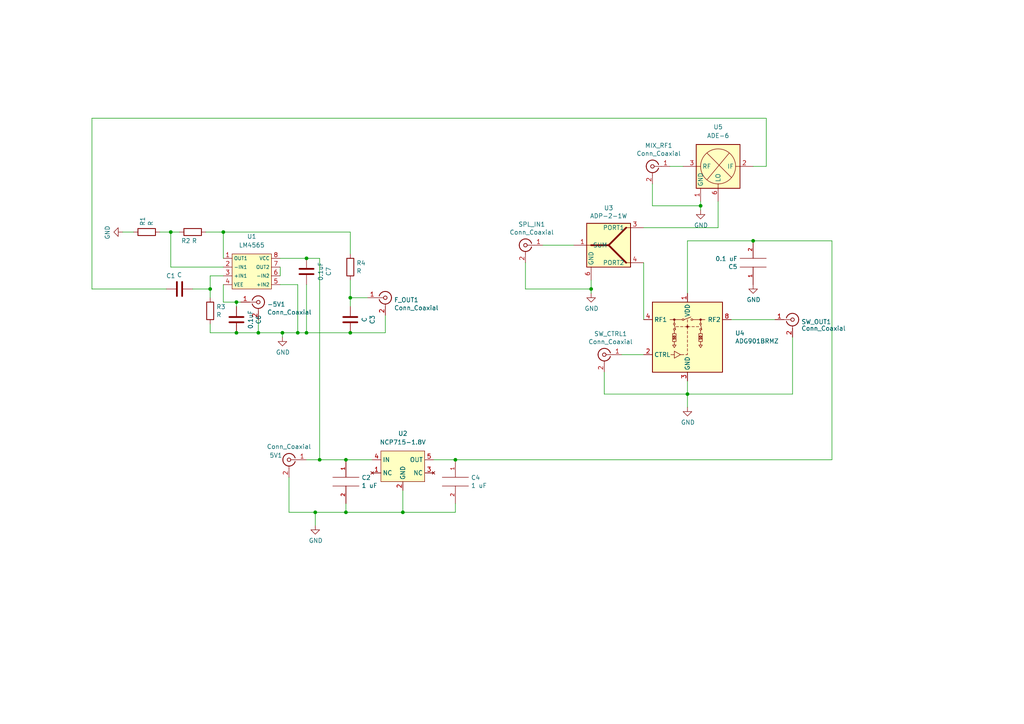
<source format=kicad_sch>
(kicad_sch (version 20211123) (generator eeschema)
  (paper "A4")
  (lib_symbols
    (symbol "Connector:Conn_Coaxial" (pin_names (offset 1.016) hide)
      (property "Reference" "J" (at 0.254 3.048 0))
      (property "Value" "Conn_Coaxial" (at 2.921 0 90))
      (symbol "Conn_Coaxial_0_1"
        (arc (start -1.778 -0.508) (mid 0.222 -1.808) (end 1.778 0) (stroke (width 0.254)))
        (polyline (pts (xy -2.54 0) (xy -0.508 0)))
        (polyline (pts (xy 0 -2.54) (xy 0 -1.778)))
        (circle (center 0 0) (radius 0.508) (stroke (width 0.2032)))
        (arc (start 1.778 0) (mid 0.222 1.8083) (end -1.778 0.508) (stroke (width 0.254)))
      )
      (symbol "Conn_Coaxial_1_1"
        (pin passive line (at -5.08 0 0) (length 2.54) (name "In") (number "1"))
        (pin passive line (at 0 -5.08 90) (length 2.54) (name "Ext") (number "2"))
      )
    )
    (symbol "Device:C" (pin_numbers hide) (pin_names (offset 0.254))
      (property "Reference" "C" (at 0.635 2.54 0))
      (property "Value" "C" (at 0.635 -2.54 0))
      (symbol "C_0_1"
        (polyline (pts (xy -2.032 -0.762) (xy 2.032 -0.762)) (stroke (width 0.508)))
        (polyline (pts (xy -2.032 0.762) (xy 2.032 0.762)) (stroke (width 0.508)))
      )
      (symbol "C_1_1"
        (pin passive line (at 0 3.81 270) (length 2.794) (name "~") (number "1"))
        (pin passive line (at 0 -3.81 90) (length 2.794) (name "~") (number "2"))
      )
    )
    (symbol "Device:R" (pin_numbers hide) (pin_names (offset 0))
      (property "Reference" "R" (at 2.032 0 90))
      (property "Value" "R" (at 0 0 90))
      (symbol "R_0_1"
        (rectangle (start -1.016 -2.54) (end 1.016 2.54) (stroke (width 0.254)))
      )
      (symbol "R_1_1"
        (pin passive line (at 0 3.81 270) (length 1.27) (name "~") (number "1"))
        (pin passive line (at 0 -3.81 90) (length 1.27) (name "~") (number "2"))
      )
    )
    (symbol "LM4565 Operational Amplifier:LM4565"
      (property "Reference" "U" (at 0 -6.35 0))
      (property "Value" "LM4565" (at 0 6.35 0))
      (symbol "LM4565_0_1"
        (rectangle (start -6.35 5.08) (end 5.08 -5.08) (fill (type background)))
      )
      (symbol "LM4565_1_1"
        (pin output line (at -8.89 3.81 0) (length 2.54) (name "OUT1") (number "1"))
        (pin input line (at -8.89 1.27 0) (length 2.54) (name "-IN1") (number "2"))
        (pin input line (at -8.89 -1.27 0) (length 2.54) (name "+IN1") (number "3"))
        (pin power_in line (at -8.89 -3.81 0) (length 2.54) (name "VEE") (number "4"))
        (pin input line (at 7.62 -3.81 180) (length 2.54) (name "+IN2") (number "5"))
        (pin input line (at 7.62 -1.27 180) (length 2.54) (name "-IN2") (number "6"))
        (pin output line (at 7.62 1.27 180) (length 2.54) (name "OUT2") (number "7"))
        (pin power_in line (at 7.62 3.81 180) (length 2.54) (name "VCC") (number "8"))
      )
    )
    (symbol "NCP715:NCP715-1.8V"
      (property "Reference" "U" (at -5.08 -6.35 0))
      (property "Value" "NCP715-1.8V" (at 0 7.62 0))
      (symbol "NCP715-1.8V_0_1"
        (rectangle (start -6.35 5.08) (end 6.35 -3.81) (fill (type background)))
      )
      (symbol "NCP715-1.8V_1_1"
        (pin no_connect line (at -8.89 -1.27 0) (length 2.54) (name "NC") (number "1"))
        (pin power_in line (at 0 -6.35 90) (length 2.54) (name "GND") (number "2"))
        (pin no_connect line (at 8.89 -1.27 180) (length 2.54) (name "NC") (number "3"))
        (pin power_in line (at -8.89 2.54 0) (length 2.54) (name "IN") (number "4"))
        (pin power_out line (at 8.89 2.54 180) (length 2.54) (name "OUT") (number "5"))
      )
    )
    (symbol "RF:ADP-2-1W"
      (property "Reference" "U" (at -6.35 7.62 0))
      (property "Value" "ADP-2-1W" (at 6.35 7.62 0))
      (symbol "ADP-2-1W_0_1"
        (rectangle (start -6.35 6.35) (end 6.35 -6.35) (stroke (width 0.254)) (fill (type background)))
        (polyline (pts (xy 0 0) (xy 5.08 -5.08)) (stroke (width 0.508)))
        (polyline (pts (xy -5.08 0) (xy 0 0) (xy 5.08 5.08)) (stroke (width 0.508)))
      )
      (symbol "ADP-2-1W_1_1"
        (pin passive line (at -10.16 0 0) (length 5.08) (name "SUM") (number "1"))
        (pin no_connect line (at 5.08 2.54 180) (length 5.08) hide (name "NC") (number "2"))
        (pin passive line (at 10.16 5.08 180) (length 5.08) (name "PORT1") (number "3"))
        (pin passive line (at 10.16 -5.08 180) (length 5.08) (name "PORT2") (number "4"))
        (pin no_connect line (at 5.08 -2.54 180) (length 5.08) hide (name "NC") (number "5"))
        (pin passive line (at -5.08 -10.16 90) (length 3.81) (name "GND") (number "6"))
      )
    )
    (symbol "RF_Mixer:ADE-6"
      (property "Reference" "U" (at -6.35 7.62 0))
      (property "Value" "ADE-6" (at 6.35 7.62 0))
      (symbol "ADE-6_0_1"
        (rectangle (start -6.35 6.35) (end 6.35 -6.35) (stroke (width 0.254)) (fill (type background)))
        (polyline (pts (xy -3.175 -3.81) (xy 3.175 3.81)))
        (polyline (pts (xy 3.81 -3.175) (xy -3.175 3.81)))
        (circle (center 0 0) (radius 5.08))
      )
      (symbol "ADE-6_1_1"
        (pin power_in line (at -5.08 -10.16 90) (length 3.81) (name "GND") (number "1"))
        (pin output line (at 10.16 0 180) (length 5.08) (name "IF") (number "2"))
        (pin input line (at -10.16 0 0) (length 5.08) (name "RF") (number "3"))
        (pin passive line (at -5.08 -10.16 90) (length 3.81) hide (name "GND") (number "4"))
        (pin passive line (at -5.08 -10.16 90) (length 3.81) hide (name "GND") (number "5"))
        (pin input line (at 0 -10.16 90) (length 5.08) (name "LO") (number "6"))
      )
    )
    (symbol "RF_Switch:ADG901BRMZ"
      (property "Reference" "U" (at -10.16 11.43 0))
      (property "Value" "ADG901BRMZ" (at 1.27 11.43 0))
      (symbol "ADG901BRMZ_0_0"
        (rectangle (start -10.16 10.16) (end 10.16 -10.16) (stroke (width 0.254)) (fill (type background)))
        (polyline (pts (xy -4.826 -5.08) (xy -3.81 -5.08)))
        (polyline (pts (xy -2.54 3.048) (xy -3.302 3.048)))
        (polyline (pts (xy -2.032 3.048) (xy -1.27 3.048)))
        (polyline (pts (xy -1.016 -5.08) (xy -2.032 -5.08)))
        (polyline (pts (xy 0 -3.302) (xy 0 -4.064)))
        (polyline (pts (xy 0 -2.032) (xy 0 -2.794)))
        (polyline (pts (xy 0 -0.762) (xy 0 -1.524)))
        (polyline (pts (xy 0 0.508) (xy 0 -0.254)))
        (polyline (pts (xy 0 1.778) (xy 0 1.016)))
        (polyline (pts (xy 0 3.048) (xy -0.762 3.048)))
        (polyline (pts (xy 0 3.048) (xy 0 2.286)))
        (polyline (pts (xy 0 3.048) (xy 0 3.81)))
        (polyline (pts (xy 0 3.048) (xy 0.762 3.048)))
        (polyline (pts (xy 0 4.318) (xy 0 5.08)))
        (polyline (pts (xy 1.27 3.048) (xy 2.032 3.048)))
        (polyline (pts (xy 2.54 3.048) (xy 3.302 3.048)))
        (polyline (pts (xy 0 -4.572) (xy 0 -5.08) (xy -0.508 -5.08)))
        (polyline (pts (xy -3.81 -4.064) (xy -3.81 -6.096) (xy -2.032 -5.08) (xy -3.81 -4.064)))
        (circle (center 0 3.048) (radius 0.254) (fill (type outline)))
        (text "50" (at -3.81 -0.127 900) (effects (font (size 0.635 0.635))))
        (text "50" (at 3.81 -0.127 900) (effects (font (size 0.635 0.635))))
      )
      (symbol "ADG901BRMZ_0_1"
        (rectangle (start -4.318 1.016) (end -3.302 -1.27))
        (circle (center -3.81 2.286) (radius 0.254))
        (circle (center -3.81 3.81) (radius 0.254))
        (circle (center -3.81 5.08) (radius 0.254) (fill (type outline)))
        (circle (center -1.27 5.08) (radius 0.254))
        (polyline (pts (xy -5.08 5.08) (xy -1.524 5.08)))
        (polyline (pts (xy -3.81 2.032) (xy -3.81 1.016)))
        (polyline (pts (xy -3.81 3.556) (xy -3.429 2.159)))
        (polyline (pts (xy -3.81 5.08) (xy -3.81 4.064)))
        (polyline (pts (xy -1.016 5.08) (xy 1.016 5.842)))
        (polyline (pts (xy 1.524 5.08) (xy 5.08 5.08)))
        (polyline (pts (xy 3.81 2.032) (xy 3.81 1.016)))
        (polyline (pts (xy 3.81 3.556) (xy 4.191 2.159)))
        (polyline (pts (xy 3.81 5.08) (xy 3.81 4.064)))
        (polyline (pts (xy -3.81 -1.27) (xy -3.81 -2.286) (xy -4.318 -2.286) (xy -3.81 -3.048) (xy -3.302 -2.286) (xy -3.81 -2.286)))
        (polyline (pts (xy 3.81 -1.27) (xy 3.81 -2.286) (xy 3.302 -2.286) (xy 3.81 -3.048) (xy 4.318 -2.286) (xy 3.81 -2.286)))
        (circle (center 1.27 5.08) (radius 0.254))
        (rectangle (start 3.302 1.016) (end 4.318 -1.27))
        (circle (center 3.81 2.286) (radius 0.254))
        (circle (center 3.81 3.81) (radius 0.254))
        (circle (center 3.81 5.08) (radius 0.254) (fill (type outline)))
      )
      (symbol "ADG901BRMZ_1_1"
        (pin power_in line (at 0 12.7 270) (length 2.54) (name "VDD") (number "1"))
        (pin input line (at -12.7 -5.08 0) (length 2.54) (name "CTRL") (number "2"))
        (pin power_in line (at 0 -12.7 90) (length 2.54) (name "GND") (number "3"))
        (pin passive line (at -12.7 5.08 0) (length 2.54) (name "RF1") (number "4"))
        (pin passive line (at 0 -12.7 90) (length 2.54) hide (name "GND") (number "5"))
        (pin passive line (at 0 -12.7 90) (length 2.54) hide (name "GND") (number "6"))
        (pin passive line (at 0 -12.7 90) (length 2.54) hide (name "GND") (number "7"))
        (pin passive line (at 12.7 5.08 180) (length 2.54) (name "RF2") (number "8"))
      )
    )
    (symbol "power:GND" (power) (pin_names (offset 0))
      (property "Value" "GND" (at 0 -3.81 0))
      (symbol "GND_0_1"
        (polyline (pts (xy 0 0) (xy 0 -1.27) (xy 1.27 -1.27) (xy 0 -2.54) (xy -1.27 -1.27) (xy 0 -1.27)))
      )
      (symbol "GND_1_1"
        (pin power_in line (at 0 0 270) (length 0) hide (name "GND") (number "1"))
      )
    )
    (symbol "pspice:C" (pin_names (offset 0.254))
      (property "Reference" "C" (at 2.54 3.81 90))
      (property "Value" "C" (at 2.54 -3.81 90))
      (symbol "C_0_1"
        (polyline (pts (xy -3.81 -1.27) (xy 3.81 -1.27)))
        (polyline (pts (xy -3.81 1.27) (xy 3.81 1.27)))
      )
      (symbol "C_1_1"
        (pin passive line (at 0 6.35 270) (length 5.08) (name "~") (number "1"))
        (pin passive line (at 0 -6.35 90) (length 5.08) (name "~") (number "2"))
      )
    )
  )
  (junction (at 100.33 133.35))
  (junction (at 116.84 148.59))
  (junction (at 64.77 67.31))
  (junction (at 68.58 96.52))
  (junction (at 101.6 86.36))
  (junction (at 74.93 96.52))
  (junction (at 49.53 67.31))
  (junction (at 88.9 96.52))
  (junction (at 88.9 74.93))
  (junction (at 203.2 59.69))
  (junction (at 101.6 96.52))
  (junction (at 81.915 96.52))
  (junction (at 68.58 87.63))
  (junction (at 218.44 69.85))
  (junction (at 91.44 148.59))
  (junction (at 92.71 133.35))
  (junction (at 60.96 83.82))
  (junction (at 171.45 83.82))
  (junction (at 86.36 96.52))
  (junction (at 199.39 114.3))
  (junction (at 132.08 133.35))
  (junction (at 100.33 148.59))
  (wire (pts (xy 171.45 83.82) (xy 171.45 85.09)))
  (wire (pts (xy 116.84 148.59) (xy 132.08 148.59)))
  (wire (pts (xy 101.6 86.36) (xy 101.6 88.9)))
  (wire (pts (xy 49.53 67.31) (xy 46.355 67.31)))
  (wire (pts (xy 229.87 97.79) (xy 229.87 114.3)))
  (wire (pts (xy 100.33 133.35) (xy 107.95 133.35)))
  (wire (pts (xy 199.39 110.49) (xy 199.39 114.3)))
  (wire (pts (xy 52.07 67.31) (xy 49.53 67.31)))
  (wire (pts (xy 49.53 77.47) (xy 49.53 67.31)))
  (wire (pts (xy 68.58 87.63) (xy 64.77 87.63)))
  (wire (pts (xy 100.33 146.05) (xy 100.33 148.59)))
  (wire (pts (xy 26.67 83.82) (xy 48.26 83.82)))
  (wire (pts (xy 92.71 133.35) (xy 100.33 133.35)))
  (wire (pts (xy 81.28 82.55) (xy 86.36 82.55)))
  (wire (pts (xy 91.44 148.59) (xy 91.44 152.4)))
  (wire (pts (xy 81.915 96.52) (xy 86.36 96.52)))
  (wire (pts (xy 189.23 59.69) (xy 203.2 59.69)))
  (wire (pts (xy 64.77 74.93) (xy 64.77 67.31)))
  (wire (pts (xy 88.9 96.52) (xy 101.6 96.52)))
  (wire (pts (xy 64.77 77.47) (xy 49.53 77.47)))
  (wire (pts (xy 55.88 83.82) (xy 60.96 83.82)))
  (wire (pts (xy 208.28 66.04) (xy 208.28 58.42)))
  (wire (pts (xy 111.76 96.52) (xy 101.6 96.52)))
  (wire (pts (xy 68.58 96.52) (xy 74.93 96.52)))
  (wire (pts (xy 64.77 80.01) (xy 60.96 80.01)))
  (wire (pts (xy 132.08 133.35) (xy 241.3 133.35)))
  (wire (pts (xy 83.82 138.43) (xy 83.82 148.59)))
  (wire (pts (xy 38.735 67.31) (xy 35.56 67.31)))
  (wire (pts (xy 203.2 58.42) (xy 203.2 59.69)))
  (wire (pts (xy 69.85 87.63) (xy 68.58 87.63)))
  (wire (pts (xy 222.25 34.29) (xy 26.67 34.29)))
  (wire (pts (xy 218.44 48.26) (xy 222.25 48.26)))
  (wire (pts (xy 203.2 59.69) (xy 203.2 60.96)))
  (wire (pts (xy 186.69 76.2) (xy 186.69 92.71)))
  (wire (pts (xy 100.33 148.59) (xy 116.84 148.59)))
  (wire (pts (xy 157.48 71.12) (xy 166.37 71.12)))
  (wire (pts (xy 241.3 133.35) (xy 241.3 69.85)))
  (wire (pts (xy 199.39 85.09) (xy 199.39 69.85)))
  (wire (pts (xy 152.4 83.82) (xy 171.45 83.82)))
  (wire (pts (xy 26.67 83.82) (xy 26.67 34.29)))
  (wire (pts (xy 218.44 69.85) (xy 241.3 69.85)))
  (wire (pts (xy 60.96 80.01) (xy 60.96 83.82)))
  (wire (pts (xy 92.71 74.93) (xy 92.71 133.35)))
  (wire (pts (xy 59.69 67.31) (xy 64.77 67.31)))
  (wire (pts (xy 88.9 82.55) (xy 88.9 96.52)))
  (wire (pts (xy 86.36 96.52) (xy 88.9 96.52)))
  (wire (pts (xy 91.44 148.59) (xy 100.33 148.59)))
  (wire (pts (xy 60.96 83.82) (xy 60.96 86.36)))
  (wire (pts (xy 199.39 114.3) (xy 199.39 118.11)))
  (wire (pts (xy 171.45 81.28) (xy 171.45 83.82)))
  (wire (pts (xy 125.73 133.35) (xy 132.08 133.35)))
  (wire (pts (xy 88.9 74.93) (xy 92.71 74.93)))
  (wire (pts (xy 101.6 86.36) (xy 106.68 86.36)))
  (wire (pts (xy 194.31 48.26) (xy 198.12 48.26)))
  (wire (pts (xy 111.76 91.44) (xy 111.76 96.52)))
  (wire (pts (xy 64.77 87.63) (xy 64.77 82.55)))
  (wire (pts (xy 175.26 114.3) (xy 199.39 114.3)))
  (wire (pts (xy 86.36 82.55) (xy 86.36 96.52)))
  (wire (pts (xy 212.09 92.71) (xy 224.79 92.71)))
  (wire (pts (xy 88.9 133.35) (xy 92.71 133.35)))
  (wire (pts (xy 81.28 74.93) (xy 88.9 74.93)))
  (wire (pts (xy 81.28 77.47) (xy 81.28 80.01)))
  (wire (pts (xy 222.25 48.26) (xy 222.25 34.29)))
  (wire (pts (xy 60.96 93.98) (xy 60.96 96.52)))
  (wire (pts (xy 152.4 76.2) (xy 152.4 83.82)))
  (wire (pts (xy 101.6 73.66) (xy 101.6 67.31)))
  (wire (pts (xy 180.34 102.87) (xy 186.69 102.87)))
  (wire (pts (xy 101.6 81.28) (xy 101.6 86.36)))
  (wire (pts (xy 68.58 87.63) (xy 68.58 88.9)))
  (wire (pts (xy 83.82 148.59) (xy 91.44 148.59)))
  (wire (pts (xy 132.08 148.59) (xy 132.08 146.05)))
  (wire (pts (xy 60.96 96.52) (xy 68.58 96.52)))
  (wire (pts (xy 74.93 92.71) (xy 74.93 96.52)))
  (wire (pts (xy 199.39 69.85) (xy 218.44 69.85)))
  (wire (pts (xy 116.84 142.24) (xy 116.84 148.59)))
  (wire (pts (xy 186.69 66.04) (xy 208.28 66.04)))
  (wire (pts (xy 175.26 107.95) (xy 175.26 114.3)))
  (wire (pts (xy 81.915 97.79) (xy 81.915 96.52)))
  (wire (pts (xy 189.23 53.34) (xy 189.23 59.69)))
  (wire (pts (xy 101.6 67.31) (xy 64.77 67.31)))
  (wire (pts (xy 74.93 96.52) (xy 81.915 96.52)))
  (wire (pts (xy 229.87 114.3) (xy 199.39 114.3)))
  (symbol (lib_id "Device:R") (at 55.88 67.31 90) (unit 1)
    (property "Reference" "R2" (at 55.245 69.85 90) (effects (justify left)))
    (property "Value" "R" (at 57.15 69.85 90) (effects (justify left)))
    (property "Footprint" "Resistor_SMD:R_1206_3216Metric" (effects hide))
  )
  (symbol (lib_id "power:GND") (at 91.44 152.4 0) (unit 1)
    (property "Reference" "#PWR0106" (effects hide))
    (property "Value" "GND" (at 91.567 156.7942 0))
  )
  (symbol (lib_id "Connector:Conn_Coaxial") (at 74.93 87.63 0) (unit 1)
    (property "Reference" "-5V1" (at 77.47 88.265 0) (effects (justify left)))
    (property "Value" "Conn_Coaxial" (at 77.47 90.5764 0) (effects (justify left)))
    (property "Footprint" "Connector_Coaxial:SMA_Samtec_SMA-J-P-X-ST-EM1_EdgeMount" (effects hide))
    (property "Datasheet" " ~" (effects hide))
  )
  (symbol (lib_id "Connector:Conn_Coaxial") (at 152.4 71.12 0) (mirror y) (unit 1)
    (property "Reference" "SPL_IN1" (at 154.2288 65.0748 0))
    (property "Value" "Conn_Coaxial" (at 154.2288 67.3862 0))
    (property "Footprint" "Connector_Coaxial:SMA_Samtec_SMA-J-P-X-ST-EM1_EdgeMount" (effects hide))
    (property "Datasheet" " ~" (effects hide))
  )
  (symbol (lib_id "Device:C") (at 101.6 92.71 180) (unit 1)
    (property "Reference" "C3" (at 108.0008 92.71 90))
    (property "Value" "C" (at 105.6894 92.71 90))
    (property "Footprint" "Capacitor_SMD:C_1206_3216Metric" (effects hide))
  )
  (symbol (lib_id "power:GND") (at 218.44 82.55 0) (unit 1)
    (property "Reference" "#PWR0102" (effects hide))
    (property "Value" "GND" (at 218.567 86.9442 0))
  )
  (symbol (lib_id "power:GND") (at 35.56 67.31 270) (unit 1)
    (property "Reference" "#PWR0101" (effects hide))
    (property "Value" "GND" (at 31.1658 67.437 0))
  )
  (symbol (lib_id "RF_Mixer:ADE-6") (at 208.28 48.26 0) (unit 1)
    (property "Reference" "U5" (at 208.28 36.83 0))
    (property "Value" "ADE-6" (at 208.28 39.37 0))
    (property "Footprint" "RF_Mini-Circuits:Mini-Circuits_CD542_LandPatternPL-052" (effects hide))
    (property "Datasheet" "https://www.minicircuits.com/pdfs/ADE-6.pdf" (effects hide))
  )
  (symbol (lib_id "Device:R") (at 42.545 67.31 90) (unit 1)
    (property "Reference" "R1" (at 41.3766 65.532 0) (effects (justify left)))
    (property "Value" "R" (at 43.688 65.532 0) (effects (justify left)))
    (property "Footprint" "Resistor_SMD:R_1206_3216Metric" (effects hide))
  )
  (symbol (lib_id "LM4565 Operational Amplifier:LM4565") (at 73.66 78.74 0) (unit 1)
    (property "Reference" "U1" (at 73.025 68.58 0))
    (property "Value" "LM4565" (at 73.025 71.12 0))
    (property "Footprint" "Package_SO:TSSOP-8_4.4x3mm_P0.65mm" (effects hide))
  )
  (symbol (lib_id "Connector:Conn_Coaxial") (at 229.87 92.71 0) (unit 1)
    (property "Reference" "SW_OUT1" (at 232.41 93.345 0) (effects (justify left)))
    (property "Value" "Conn_Coaxial" (at 232.41 95.25 0) (effects (justify left)))
    (property "Footprint" "Connector_Coaxial:SMA_Samtec_SMA-J-P-X-ST-EM1_EdgeMount" (effects hide))
    (property "Datasheet" " ~" (effects hide))
  )
  (symbol (lib_id "RF_Switch:ADG901BRMZ") (at 199.39 97.79 0) (unit 1)
    (property "Reference" "U4" (at 213.2076 96.6216 0) (effects (justify left)))
    (property "Value" "ADG901BRMZ" (at 213.2076 98.933 0) (effects (justify left)))
    (property "Footprint" "Package_SO:MSOP-8_3x3mm_P0.65mm" (effects hide))
    (property "Datasheet" "https://www.analog.com/media/en/technical-documentation/data-sheets/ADG901_902.pdf" (effects hide))
  )
  (symbol (lib_id "power:GND") (at 199.39 118.11 0) (unit 1)
    (property "Reference" "#PWR0105" (effects hide))
    (property "Value" "GND" (at 199.517 122.5042 0))
  )
  (symbol (lib_id "Connector:Conn_Coaxial") (at 83.82 133.35 0) (mirror y) (unit 1)
    (property "Reference" "5V1" (at 80.01 132.08 0))
    (property "Value" "Conn_Coaxial" (at 83.82 129.54 0))
    (property "Footprint" "Connector_Coaxial:SMA_Samtec_SMA-J-P-X-ST-EM1_EdgeMount" (effects hide))
    (property "Datasheet" " ~" (effects hide))
  )
  (symbol (lib_id "Connector:Conn_Coaxial") (at 189.23 48.26 0) (mirror y) (unit 1)
    (property "Reference" "MIX_RF1" (at 191.0588 42.2148 0))
    (property "Value" "Conn_Coaxial" (at 191.0588 44.5262 0))
    (property "Footprint" "Connector_Coaxial:SMA_Samtec_SMA-J-P-X-ST-EM1_EdgeMount" (effects hide))
    (property "Datasheet" " ~" (effects hide))
  )
  (symbol (lib_id "RF:ADP-2-1W") (at 176.53 71.12 0) (unit 1)
    (property "Reference" "U3" (at 176.53 60.325 0))
    (property "Value" "ADP-2-1W" (at 176.53 62.6364 0))
    (property "Footprint" "RF_Mini-Circuits:Mini-Circuits_CD636_LandPatternPL-035" (effects hide))
    (property "Datasheet" "https://www.minicircuits.com/pdfs/ADP-2-1W.pdf" (effects hide))
  )
  (symbol (lib_id "Device:C") (at 52.07 83.82 270) (unit 1)
    (property "Reference" "C1" (at 49.53 80.01 90))
    (property "Value" "C" (at 52.07 79.7306 90))
    (property "Footprint" "Capacitor_SMD:C_1206_3216Metric" (effects hide))
  )
  (symbol (lib_id "Device:C") (at 68.58 92.71 180) (unit 1)
    (property "Reference" "C6" (at 74.9808 92.71 90))
    (property "Value" "0.1uF" (at 72.6694 92.71 90))
    (property "Footprint" "Capacitor_SMD:C_1206_3216Metric" (effects hide))
  )
  (symbol (lib_id "Device:C") (at 88.9 78.74 180) (unit 1)
    (property "Reference" "C7" (at 95.3008 78.74 90))
    (property "Value" "0.1uF" (at 92.9894 78.74 90))
    (property "Footprint" "Capacitor_SMD:C_1206_3216Metric" (effects hide))
  )
  (symbol (lib_id "Connector:Conn_Coaxial") (at 111.76 86.36 0) (unit 1)
    (property "Reference" "F_OUT1" (at 114.3 86.995 0) (effects (justify left)))
    (property "Value" "Conn_Coaxial" (at 114.3 89.3064 0) (effects (justify left)))
    (property "Footprint" "Connector_Coaxial:SMA_Samtec_SMA-J-P-X-ST-EM1_EdgeMount" (effects hide))
    (property "Datasheet" " ~" (effects hide))
  )
  (symbol (lib_id "NCP715:NCP715-1.8V") (at 116.84 135.89 0) (unit 1)
    (property "Reference" "U2" (at 116.84 125.73 0))
    (property "Value" "NCP715-1.8V" (at 116.84 128.27 0))
    (property "Footprint" "Package_TO_SOT_SMD:SOT-353_SC-70-5" (effects hide))
  )
  (symbol (lib_id "power:GND") (at 171.45 85.09 0) (unit 1)
    (property "Reference" "#PWR0104" (effects hide))
    (property "Value" "GND" (at 171.577 89.4842 0))
  )
  (symbol (lib_id "power:GND") (at 81.915 97.79 0) (unit 1)
    (property "Reference" "#PWR0107" (effects hide))
    (property "Value" "GND" (at 82.042 102.1842 0))
  )
  (symbol (lib_id "pspice:C") (at 218.44 76.2 180) (unit 1)
    (property "Reference" "C5" (at 213.9188 77.3684 0) (effects (justify left)))
    (property "Value" "0.1 uF" (at 213.9188 75.057 0) (effects (justify left)))
    (property "Footprint" "Capacitor_SMD:C_1206_3216Metric" (effects hide))
  )
  (symbol (lib_id "Device:R") (at 60.96 90.17 0) (unit 1)
    (property "Reference" "R3" (at 62.738 89.0016 0) (effects (justify left)))
    (property "Value" "R" (at 62.738 91.313 0) (effects (justify left)))
    (property "Footprint" "Resistor_SMD:R_1206_3216Metric" (effects hide))
  )
  (symbol (lib_id "pspice:C") (at 132.08 139.7 0) (unit 1)
    (property "Reference" "C4" (at 136.6012 138.5316 0) (effects (justify left)))
    (property "Value" "1 uF" (at 136.6012 140.843 0) (effects (justify left)))
    (property "Footprint" "Capacitor_SMD:C_1206_3216Metric" (effects hide))
  )
  (symbol (lib_id "power:GND") (at 203.2 60.96 0) (unit 1)
    (property "Reference" "#PWR0103" (effects hide))
    (property "Value" "GND" (at 203.327 65.3542 0))
  )
  (symbol (lib_id "pspice:C") (at 100.33 139.7 0) (unit 1)
    (property "Reference" "C2" (at 104.8512 138.5316 0) (effects (justify left)))
    (property "Value" "1 uF" (at 104.8512 140.843 0) (effects (justify left)))
    (property "Footprint" "Capacitor_SMD:C_1206_3216Metric" (effects hide))
  )
  (symbol (lib_id "Device:R") (at 101.6 77.47 0) (unit 1)
    (property "Reference" "R4" (at 103.378 76.3016 0) (effects (justify left)))
    (property "Value" "R" (at 103.378 78.613 0) (effects (justify left)))
    (property "Footprint" "Resistor_SMD:R_1206_3216Metric" (effects hide))
  )
  (symbol (lib_id "Connector:Conn_Coaxial") (at 175.26 102.87 0) (mirror y) (unit 1)
    (property "Reference" "SW_CTRL1" (at 177.0888 96.8248 0))
    (property "Value" "Conn_Coaxial" (at 177.0888 99.1362 0))
    (property "Footprint" "Connector_Coaxial:SMA_Samtec_SMA-J-P-X-ST-EM1_EdgeMount" (effects hide))
    (property "Datasheet" " ~" (effects hide))
  )
)
</source>
